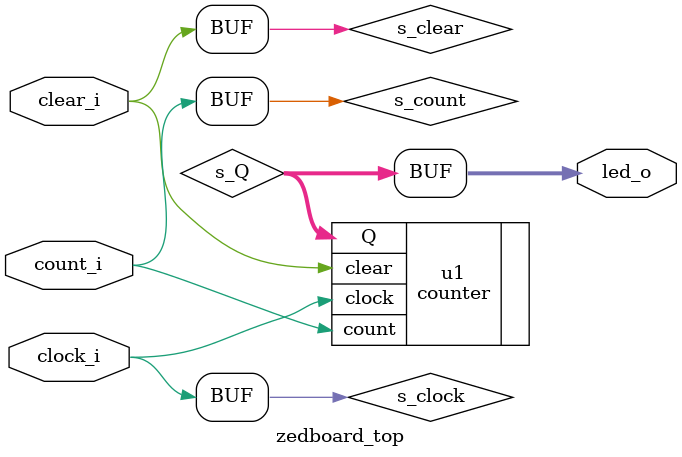
<source format=v>

module zedboard_top (
    clear_i,
    count_i,
    clock_i,
    led_o
);

input clear_i, count_i, clock_i;
output [7:0] led_o;

wire s_clock, s_clear, s_count; 
wire [7:0] s_Q;

counter u1(
    .clock(s_clock),
    .clear(s_clear),
    .count(s_count),
    .Q(s_Q)
);

assign s_clock = clock_i;
assign s_clear = clear_i;
assign s_count = count_i;
assign led_o[7:0] = s_Q[7:0];

endmodule

</source>
